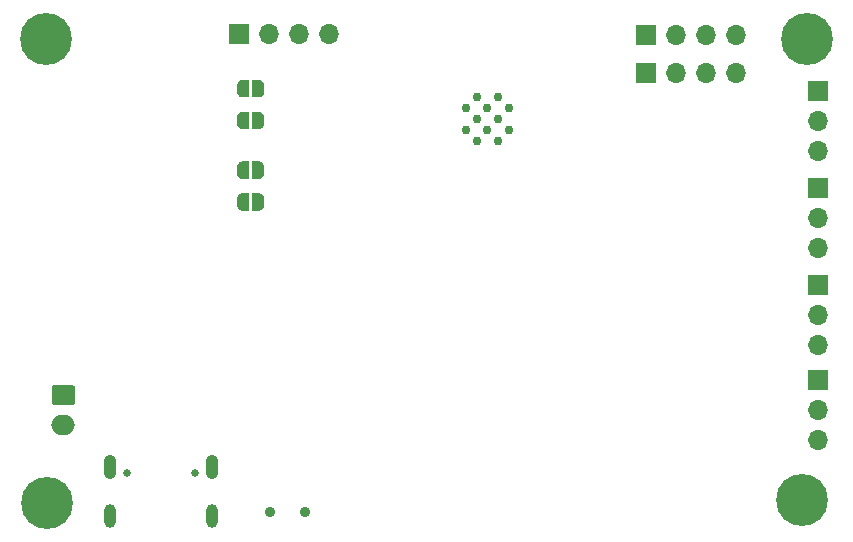
<source format=gbr>
%TF.GenerationSoftware,KiCad,Pcbnew,(5.1.12)-1*%
%TF.CreationDate,2021-12-17T12:12:49+01:00*%
%TF.ProjectId,ESP32-BOARD-V2.0,45535033-322d-4424-9f41-52442d56322e,rev?*%
%TF.SameCoordinates,Original*%
%TF.FileFunction,Soldermask,Bot*%
%TF.FilePolarity,Negative*%
%FSLAX46Y46*%
G04 Gerber Fmt 4.6, Leading zero omitted, Abs format (unit mm)*
G04 Created by KiCad (PCBNEW (5.1.12)-1) date 2021-12-17 12:12:49*
%MOMM*%
%LPD*%
G01*
G04 APERTURE LIST*
%ADD10O,2.000000X1.700000*%
%ADD11O,1.700000X1.700000*%
%ADD12R,1.700000X1.700000*%
%ADD13C,0.100000*%
%ADD14C,4.400000*%
%ADD15C,0.762000*%
%ADD16C,0.900000*%
%ADD17C,0.650000*%
%ADD18O,1.050000X2.100000*%
%ADD19O,1.000000X2.000000*%
G04 APERTURE END LIST*
D10*
%TO.C,J6*%
X94250000Y-98450000D03*
G36*
G01*
X93500000Y-95100000D02*
X95000000Y-95100000D01*
G75*
G02*
X95250000Y-95350000I0J-250000D01*
G01*
X95250000Y-96550000D01*
G75*
G02*
X95000000Y-96800000I-250000J0D01*
G01*
X93500000Y-96800000D01*
G75*
G02*
X93250000Y-96550000I0J250000D01*
G01*
X93250000Y-95350000D01*
G75*
G02*
X93500000Y-95100000I250000J0D01*
G01*
G37*
%TD*%
D11*
%TO.C,J2*%
X116720000Y-65350000D03*
X114180000Y-65350000D03*
X111640000Y-65350000D03*
D12*
X109100000Y-65350000D03*
%TD*%
D13*
%TO.C,JP4*%
G36*
X110750000Y-78850602D02*
G01*
X110774534Y-78850602D01*
X110823365Y-78855412D01*
X110871490Y-78864984D01*
X110918445Y-78879228D01*
X110963778Y-78898005D01*
X111007051Y-78921136D01*
X111047850Y-78948396D01*
X111085779Y-78979524D01*
X111120476Y-79014221D01*
X111151604Y-79052150D01*
X111178864Y-79092949D01*
X111201995Y-79136222D01*
X111220772Y-79181555D01*
X111235016Y-79228510D01*
X111244588Y-79276635D01*
X111249398Y-79325466D01*
X111249398Y-79350000D01*
X111250000Y-79350000D01*
X111250000Y-79850000D01*
X111249398Y-79850000D01*
X111249398Y-79874534D01*
X111244588Y-79923365D01*
X111235016Y-79971490D01*
X111220772Y-80018445D01*
X111201995Y-80063778D01*
X111178864Y-80107051D01*
X111151604Y-80147850D01*
X111120476Y-80185779D01*
X111085779Y-80220476D01*
X111047850Y-80251604D01*
X111007051Y-80278864D01*
X110963778Y-80301995D01*
X110918445Y-80320772D01*
X110871490Y-80335016D01*
X110823365Y-80344588D01*
X110774534Y-80349398D01*
X110750000Y-80349398D01*
X110750000Y-80350000D01*
X110250000Y-80350000D01*
X110250000Y-78850000D01*
X110750000Y-78850000D01*
X110750000Y-78850602D01*
G37*
G36*
X109950000Y-80350000D02*
G01*
X109450000Y-80350000D01*
X109450000Y-80349398D01*
X109425466Y-80349398D01*
X109376635Y-80344588D01*
X109328510Y-80335016D01*
X109281555Y-80320772D01*
X109236222Y-80301995D01*
X109192949Y-80278864D01*
X109152150Y-80251604D01*
X109114221Y-80220476D01*
X109079524Y-80185779D01*
X109048396Y-80147850D01*
X109021136Y-80107051D01*
X108998005Y-80063778D01*
X108979228Y-80018445D01*
X108964984Y-79971490D01*
X108955412Y-79923365D01*
X108950602Y-79874534D01*
X108950602Y-79850000D01*
X108950000Y-79850000D01*
X108950000Y-79350000D01*
X108950602Y-79350000D01*
X108950602Y-79325466D01*
X108955412Y-79276635D01*
X108964984Y-79228510D01*
X108979228Y-79181555D01*
X108998005Y-79136222D01*
X109021136Y-79092949D01*
X109048396Y-79052150D01*
X109079524Y-79014221D01*
X109114221Y-78979524D01*
X109152150Y-78948396D01*
X109192949Y-78921136D01*
X109236222Y-78898005D01*
X109281555Y-78879228D01*
X109328510Y-78864984D01*
X109376635Y-78855412D01*
X109425466Y-78850602D01*
X109450000Y-78850602D01*
X109450000Y-78850000D01*
X109950000Y-78850000D01*
X109950000Y-80350000D01*
G37*
%TD*%
%TO.C,JP3*%
G36*
X110750000Y-76150602D02*
G01*
X110774534Y-76150602D01*
X110823365Y-76155412D01*
X110871490Y-76164984D01*
X110918445Y-76179228D01*
X110963778Y-76198005D01*
X111007051Y-76221136D01*
X111047850Y-76248396D01*
X111085779Y-76279524D01*
X111120476Y-76314221D01*
X111151604Y-76352150D01*
X111178864Y-76392949D01*
X111201995Y-76436222D01*
X111220772Y-76481555D01*
X111235016Y-76528510D01*
X111244588Y-76576635D01*
X111249398Y-76625466D01*
X111249398Y-76650000D01*
X111250000Y-76650000D01*
X111250000Y-77150000D01*
X111249398Y-77150000D01*
X111249398Y-77174534D01*
X111244588Y-77223365D01*
X111235016Y-77271490D01*
X111220772Y-77318445D01*
X111201995Y-77363778D01*
X111178864Y-77407051D01*
X111151604Y-77447850D01*
X111120476Y-77485779D01*
X111085779Y-77520476D01*
X111047850Y-77551604D01*
X111007051Y-77578864D01*
X110963778Y-77601995D01*
X110918445Y-77620772D01*
X110871490Y-77635016D01*
X110823365Y-77644588D01*
X110774534Y-77649398D01*
X110750000Y-77649398D01*
X110750000Y-77650000D01*
X110250000Y-77650000D01*
X110250000Y-76150000D01*
X110750000Y-76150000D01*
X110750000Y-76150602D01*
G37*
G36*
X109950000Y-77650000D02*
G01*
X109450000Y-77650000D01*
X109450000Y-77649398D01*
X109425466Y-77649398D01*
X109376635Y-77644588D01*
X109328510Y-77635016D01*
X109281555Y-77620772D01*
X109236222Y-77601995D01*
X109192949Y-77578864D01*
X109152150Y-77551604D01*
X109114221Y-77520476D01*
X109079524Y-77485779D01*
X109048396Y-77447850D01*
X109021136Y-77407051D01*
X108998005Y-77363778D01*
X108979228Y-77318445D01*
X108964984Y-77271490D01*
X108955412Y-77223365D01*
X108950602Y-77174534D01*
X108950602Y-77150000D01*
X108950000Y-77150000D01*
X108950000Y-76650000D01*
X108950602Y-76650000D01*
X108950602Y-76625466D01*
X108955412Y-76576635D01*
X108964984Y-76528510D01*
X108979228Y-76481555D01*
X108998005Y-76436222D01*
X109021136Y-76392949D01*
X109048396Y-76352150D01*
X109079524Y-76314221D01*
X109114221Y-76279524D01*
X109152150Y-76248396D01*
X109192949Y-76221136D01*
X109236222Y-76198005D01*
X109281555Y-76179228D01*
X109328510Y-76164984D01*
X109376635Y-76155412D01*
X109425466Y-76150602D01*
X109450000Y-76150602D01*
X109450000Y-76150000D01*
X109950000Y-76150000D01*
X109950000Y-77650000D01*
G37*
%TD*%
%TO.C,JP2*%
G36*
X110750000Y-71950602D02*
G01*
X110774534Y-71950602D01*
X110823365Y-71955412D01*
X110871490Y-71964984D01*
X110918445Y-71979228D01*
X110963778Y-71998005D01*
X111007051Y-72021136D01*
X111047850Y-72048396D01*
X111085779Y-72079524D01*
X111120476Y-72114221D01*
X111151604Y-72152150D01*
X111178864Y-72192949D01*
X111201995Y-72236222D01*
X111220772Y-72281555D01*
X111235016Y-72328510D01*
X111244588Y-72376635D01*
X111249398Y-72425466D01*
X111249398Y-72450000D01*
X111250000Y-72450000D01*
X111250000Y-72950000D01*
X111249398Y-72950000D01*
X111249398Y-72974534D01*
X111244588Y-73023365D01*
X111235016Y-73071490D01*
X111220772Y-73118445D01*
X111201995Y-73163778D01*
X111178864Y-73207051D01*
X111151604Y-73247850D01*
X111120476Y-73285779D01*
X111085779Y-73320476D01*
X111047850Y-73351604D01*
X111007051Y-73378864D01*
X110963778Y-73401995D01*
X110918445Y-73420772D01*
X110871490Y-73435016D01*
X110823365Y-73444588D01*
X110774534Y-73449398D01*
X110750000Y-73449398D01*
X110750000Y-73450000D01*
X110250000Y-73450000D01*
X110250000Y-71950000D01*
X110750000Y-71950000D01*
X110750000Y-71950602D01*
G37*
G36*
X109950000Y-73450000D02*
G01*
X109450000Y-73450000D01*
X109450000Y-73449398D01*
X109425466Y-73449398D01*
X109376635Y-73444588D01*
X109328510Y-73435016D01*
X109281555Y-73420772D01*
X109236222Y-73401995D01*
X109192949Y-73378864D01*
X109152150Y-73351604D01*
X109114221Y-73320476D01*
X109079524Y-73285779D01*
X109048396Y-73247850D01*
X109021136Y-73207051D01*
X108998005Y-73163778D01*
X108979228Y-73118445D01*
X108964984Y-73071490D01*
X108955412Y-73023365D01*
X108950602Y-72974534D01*
X108950602Y-72950000D01*
X108950000Y-72950000D01*
X108950000Y-72450000D01*
X108950602Y-72450000D01*
X108950602Y-72425466D01*
X108955412Y-72376635D01*
X108964984Y-72328510D01*
X108979228Y-72281555D01*
X108998005Y-72236222D01*
X109021136Y-72192949D01*
X109048396Y-72152150D01*
X109079524Y-72114221D01*
X109114221Y-72079524D01*
X109152150Y-72048396D01*
X109192949Y-72021136D01*
X109236222Y-71998005D01*
X109281555Y-71979228D01*
X109328510Y-71964984D01*
X109376635Y-71955412D01*
X109425466Y-71950602D01*
X109450000Y-71950602D01*
X109450000Y-71950000D01*
X109950000Y-71950000D01*
X109950000Y-73450000D01*
G37*
%TD*%
%TO.C,JP1*%
G36*
X110750000Y-69250602D02*
G01*
X110774534Y-69250602D01*
X110823365Y-69255412D01*
X110871490Y-69264984D01*
X110918445Y-69279228D01*
X110963778Y-69298005D01*
X111007051Y-69321136D01*
X111047850Y-69348396D01*
X111085779Y-69379524D01*
X111120476Y-69414221D01*
X111151604Y-69452150D01*
X111178864Y-69492949D01*
X111201995Y-69536222D01*
X111220772Y-69581555D01*
X111235016Y-69628510D01*
X111244588Y-69676635D01*
X111249398Y-69725466D01*
X111249398Y-69750000D01*
X111250000Y-69750000D01*
X111250000Y-70250000D01*
X111249398Y-70250000D01*
X111249398Y-70274534D01*
X111244588Y-70323365D01*
X111235016Y-70371490D01*
X111220772Y-70418445D01*
X111201995Y-70463778D01*
X111178864Y-70507051D01*
X111151604Y-70547850D01*
X111120476Y-70585779D01*
X111085779Y-70620476D01*
X111047850Y-70651604D01*
X111007051Y-70678864D01*
X110963778Y-70701995D01*
X110918445Y-70720772D01*
X110871490Y-70735016D01*
X110823365Y-70744588D01*
X110774534Y-70749398D01*
X110750000Y-70749398D01*
X110750000Y-70750000D01*
X110250000Y-70750000D01*
X110250000Y-69250000D01*
X110750000Y-69250000D01*
X110750000Y-69250602D01*
G37*
G36*
X109950000Y-70750000D02*
G01*
X109450000Y-70750000D01*
X109450000Y-70749398D01*
X109425466Y-70749398D01*
X109376635Y-70744588D01*
X109328510Y-70735016D01*
X109281555Y-70720772D01*
X109236222Y-70701995D01*
X109192949Y-70678864D01*
X109152150Y-70651604D01*
X109114221Y-70620476D01*
X109079524Y-70585779D01*
X109048396Y-70547850D01*
X109021136Y-70507051D01*
X108998005Y-70463778D01*
X108979228Y-70418445D01*
X108964984Y-70371490D01*
X108955412Y-70323365D01*
X108950602Y-70274534D01*
X108950602Y-70250000D01*
X108950000Y-70250000D01*
X108950000Y-69750000D01*
X108950602Y-69750000D01*
X108950602Y-69725466D01*
X108955412Y-69676635D01*
X108964984Y-69628510D01*
X108979228Y-69581555D01*
X108998005Y-69536222D01*
X109021136Y-69492949D01*
X109048396Y-69452150D01*
X109079524Y-69414221D01*
X109114221Y-69379524D01*
X109152150Y-69348396D01*
X109192949Y-69321136D01*
X109236222Y-69298005D01*
X109281555Y-69279228D01*
X109328510Y-69264984D01*
X109376635Y-69255412D01*
X109425466Y-69250602D01*
X109450000Y-69250602D01*
X109450000Y-69250000D01*
X109950000Y-69250000D01*
X109950000Y-70750000D01*
G37*
%TD*%
D11*
%TO.C,J5*%
X158100000Y-99780000D03*
X158100000Y-97240000D03*
D12*
X158100000Y-94700000D03*
%TD*%
D11*
%TO.C,J8*%
X151220000Y-68700000D03*
X148680000Y-68700000D03*
X146140000Y-68700000D03*
D12*
X143600000Y-68700000D03*
%TD*%
D11*
%TO.C,J4*%
X158100000Y-83480000D03*
X158100000Y-80940000D03*
D12*
X158100000Y-78400000D03*
%TD*%
D11*
%TO.C,J3*%
X158100000Y-91680000D03*
X158100000Y-89140000D03*
D12*
X158100000Y-86600000D03*
%TD*%
D11*
%TO.C,J1*%
X158100000Y-75280000D03*
X158100000Y-72740000D03*
D12*
X158100000Y-70200000D03*
%TD*%
D14*
%TO.C,H4*%
X157200000Y-65800000D03*
%TD*%
%TO.C,H3*%
X156800000Y-104800000D03*
%TD*%
%TO.C,H2*%
X92900000Y-105100000D03*
%TD*%
%TO.C,H1*%
X92800000Y-65800000D03*
%TD*%
D11*
%TO.C,J7*%
X151220000Y-65500000D03*
X148680000Y-65500000D03*
X146140000Y-65500000D03*
D12*
X143600000Y-65500000D03*
%TD*%
D15*
%TO.C,U2*%
X131067500Y-74425000D03*
X129232500Y-74425000D03*
X131067500Y-70755000D03*
X129232500Y-70755000D03*
X131067500Y-72590000D03*
X129232500Y-72590000D03*
X131985000Y-73507500D03*
X130150000Y-73507500D03*
X128315000Y-73507500D03*
X131985000Y-71672500D03*
X128315000Y-71672500D03*
X130150000Y-71672500D03*
%TD*%
D16*
%TO.C,SW3*%
X114700000Y-105830000D03*
X111700000Y-105830000D03*
%TD*%
D17*
%TO.C,J10*%
X99610000Y-102520000D03*
X105390000Y-102520000D03*
D18*
X106820000Y-102020000D03*
X98180000Y-102020000D03*
D19*
X106820000Y-106200000D03*
X98180000Y-106200000D03*
%TD*%
M02*

</source>
